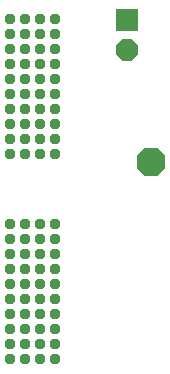
<source format=gbs>
G75*
%MOIN*%
%OFA0B0*%
%FSLAX25Y25*%
%IPPOS*%
%LPD*%
%AMOC8*
5,1,8,0,0,1.08239X$1,22.5*
%
%ADD10OC8,0.03600*%
%ADD11OC8,0.07296*%
%ADD12R,0.07296X0.07296*%
%ADD13OC8,0.09658*%
D10*
X0131795Y0159459D03*
X0131795Y0164459D03*
X0131795Y0169459D03*
X0131795Y0174459D03*
X0131795Y0179459D03*
X0131795Y0184459D03*
X0131795Y0189459D03*
X0131795Y0194459D03*
X0131795Y0199459D03*
X0131795Y0204459D03*
X0136795Y0204459D03*
X0141795Y0204459D03*
X0141795Y0199459D03*
X0136795Y0199459D03*
X0136795Y0194459D03*
X0141795Y0194459D03*
X0141795Y0189459D03*
X0136795Y0189459D03*
X0136795Y0184459D03*
X0141795Y0184459D03*
X0141795Y0179459D03*
X0136795Y0179459D03*
X0136795Y0174459D03*
X0141795Y0174459D03*
X0141795Y0169459D03*
X0136795Y0169459D03*
X0136795Y0164459D03*
X0141795Y0164459D03*
X0141795Y0159459D03*
X0136795Y0159459D03*
X0146795Y0159459D03*
X0146795Y0164459D03*
X0146795Y0169459D03*
X0146795Y0174459D03*
X0146795Y0179459D03*
X0146795Y0184459D03*
X0146795Y0189459D03*
X0146795Y0194459D03*
X0146795Y0199459D03*
X0146795Y0204459D03*
X0146795Y0227975D03*
X0146795Y0232975D03*
X0141795Y0232975D03*
X0136795Y0232975D03*
X0136795Y0227975D03*
X0141795Y0227975D03*
X0131795Y0227975D03*
X0131795Y0232975D03*
X0131795Y0237975D03*
X0131795Y0242975D03*
X0131795Y0247975D03*
X0131795Y0252975D03*
X0131795Y0257975D03*
X0131795Y0262975D03*
X0131795Y0267975D03*
X0131795Y0272975D03*
X0136795Y0272975D03*
X0136795Y0267975D03*
X0141795Y0267975D03*
X0141795Y0272975D03*
X0146795Y0272975D03*
X0146795Y0267975D03*
X0146795Y0262975D03*
X0146795Y0257975D03*
X0141795Y0257975D03*
X0136795Y0257975D03*
X0136795Y0262975D03*
X0141795Y0262975D03*
X0141795Y0252975D03*
X0136795Y0252975D03*
X0136795Y0247975D03*
X0141795Y0247975D03*
X0141795Y0242975D03*
X0136795Y0242975D03*
X0136795Y0237975D03*
X0141795Y0237975D03*
X0146795Y0237975D03*
X0146795Y0242975D03*
X0146795Y0247975D03*
X0146795Y0252975D03*
D11*
X0170791Y0262510D03*
D12*
X0170791Y0272510D03*
D13*
X0178665Y0225266D03*
M02*

</source>
